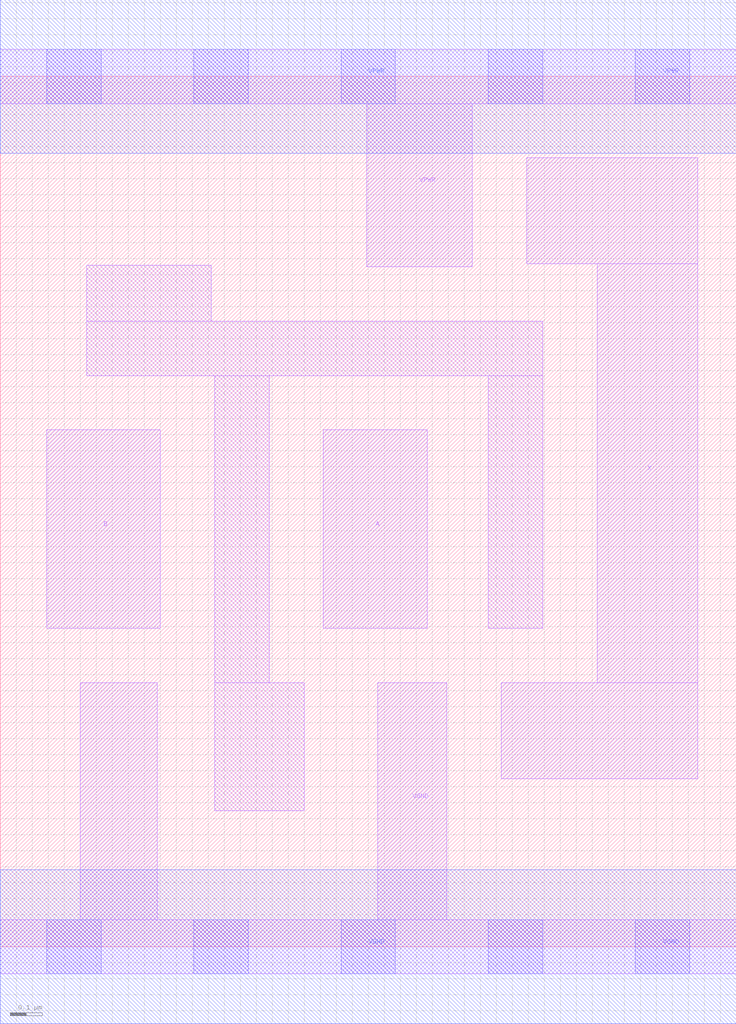
<source format=lef>
# Copyright 2020 The SkyWater PDK Authors
#
# Licensed under the Apache License, Version 2.0 (the "License");
# you may not use this file except in compliance with the License.
# You may obtain a copy of the License at
#
#     https://www.apache.org/licenses/LICENSE-2.0
#
# Unless required by applicable law or agreed to in writing, software
# distributed under the License is distributed on an "AS IS" BASIS,
# WITHOUT WARRANTIES OR CONDITIONS OF ANY KIND, either express or implied.
# See the License for the specific language governing permissions and
# limitations under the License.
#
# SPDX-License-Identifier: Apache-2.0

VERSION 5.7 ;
  NAMESCASESENSITIVE ON ;
  NOWIREEXTENSIONATPIN ON ;
  DIVIDERCHAR "/" ;
  BUSBITCHARS "[]" ;
UNITS
  DATABASE MICRONS 200 ;
END UNITS
MACRO sky130_fd_sc_hd__or2_0
  CLASS CORE ;
  SOURCE USER ;
  FOREIGN sky130_fd_sc_hd__or2_0 ;
  ORIGIN  0.000000  0.000000 ;
  SIZE  2.300000 BY  2.720000 ;
  SYMMETRY X Y R90 ;
  SITE unithd ;
  PIN A
    ANTENNAGATEAREA  0.126000 ;
    DIRECTION INPUT ;
    USE SIGNAL ;
    PORT
      LAYER li1 ;
        RECT 1.010000 0.995000 1.335000 1.615000 ;
    END
  END A
  PIN B
    ANTENNAGATEAREA  0.126000 ;
    DIRECTION INPUT ;
    USE SIGNAL ;
    PORT
      LAYER li1 ;
        RECT 0.145000 0.995000 0.500000 1.615000 ;
    END
  END B
  PIN X
    ANTENNADIFFAREA  0.326800 ;
    DIRECTION OUTPUT ;
    USE SIGNAL ;
    PORT
      LAYER li1 ;
        RECT 1.565000 0.525000 2.180000 0.825000 ;
        RECT 1.645000 2.135000 2.180000 2.465000 ;
        RECT 1.865000 0.825000 2.180000 2.135000 ;
    END
  END X
  PIN VGND
    DIRECTION INOUT ;
    SHAPE ABUTMENT ;
    USE GROUND ;
    PORT
      LAYER li1 ;
        RECT 0.000000 -0.085000 2.300000 0.085000 ;
        RECT 0.250000  0.085000 0.490000 0.825000 ;
        RECT 1.180000  0.085000 1.395000 0.825000 ;
      LAYER mcon ;
        RECT 0.145000 -0.085000 0.315000 0.085000 ;
        RECT 0.605000 -0.085000 0.775000 0.085000 ;
        RECT 1.065000 -0.085000 1.235000 0.085000 ;
        RECT 1.525000 -0.085000 1.695000 0.085000 ;
        RECT 1.985000 -0.085000 2.155000 0.085000 ;
      LAYER met1 ;
        RECT 0.000000 -0.240000 2.300000 0.240000 ;
    END
  END VGND
  PIN VPWR
    DIRECTION INOUT ;
    SHAPE ABUTMENT ;
    USE POWER ;
    PORT
      LAYER li1 ;
        RECT 0.000000 2.635000 2.300000 2.805000 ;
        RECT 1.145000 2.125000 1.475000 2.635000 ;
      LAYER mcon ;
        RECT 0.145000 2.635000 0.315000 2.805000 ;
        RECT 0.605000 2.635000 0.775000 2.805000 ;
        RECT 1.065000 2.635000 1.235000 2.805000 ;
        RECT 1.525000 2.635000 1.695000 2.805000 ;
        RECT 1.985000 2.635000 2.155000 2.805000 ;
      LAYER met1 ;
        RECT 0.000000 2.480000 2.300000 2.960000 ;
    END
  END VPWR
  OBS
    LAYER li1 ;
      RECT 0.270000 1.785000 1.695000 1.955000 ;
      RECT 0.270000 1.955000 0.660000 2.130000 ;
      RECT 0.670000 0.425000 0.950000 0.825000 ;
      RECT 0.670000 0.825000 0.840000 1.785000 ;
      RECT 1.525000 0.995000 1.695000 1.785000 ;
  END
END sky130_fd_sc_hd__or2_0

</source>
